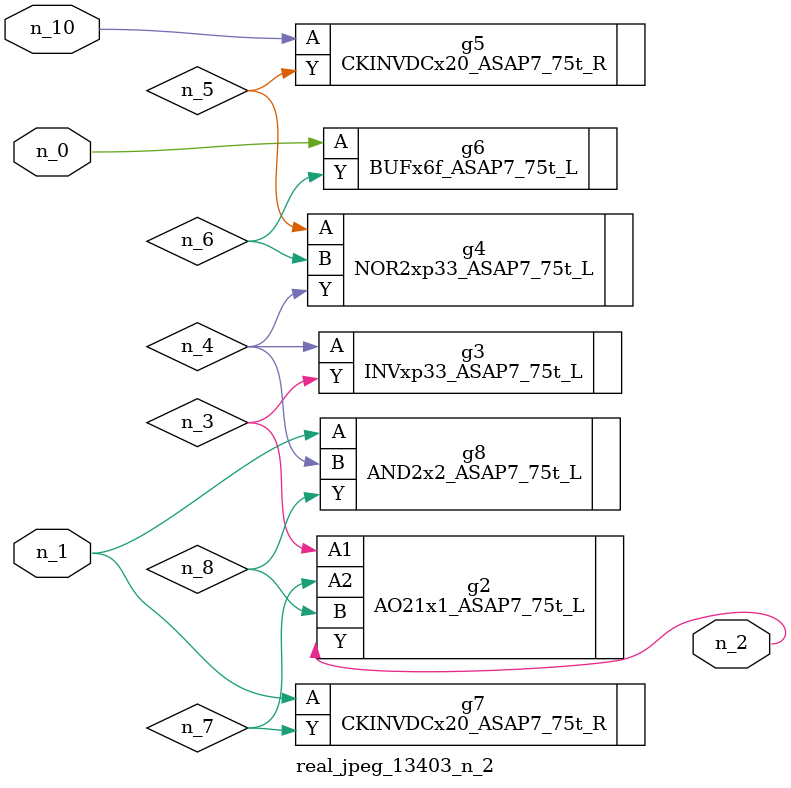
<source format=v>
module real_jpeg_13403_n_2 (n_1, n_10, n_0, n_2);

input n_1;
input n_10;
input n_0;

output n_2;

wire n_5;
wire n_4;
wire n_8;
wire n_6;
wire n_7;
wire n_3;

BUFx6f_ASAP7_75t_L g6 ( 
.A(n_0),
.Y(n_6)
);

CKINVDCx20_ASAP7_75t_R g7 ( 
.A(n_1),
.Y(n_7)
);

AND2x2_ASAP7_75t_L g8 ( 
.A(n_1),
.B(n_4),
.Y(n_8)
);

AO21x1_ASAP7_75t_L g2 ( 
.A1(n_3),
.A2(n_7),
.B(n_8),
.Y(n_2)
);

INVxp33_ASAP7_75t_L g3 ( 
.A(n_4),
.Y(n_3)
);

NOR2xp33_ASAP7_75t_L g4 ( 
.A(n_5),
.B(n_6),
.Y(n_4)
);

CKINVDCx20_ASAP7_75t_R g5 ( 
.A(n_10),
.Y(n_5)
);


endmodule
</source>
